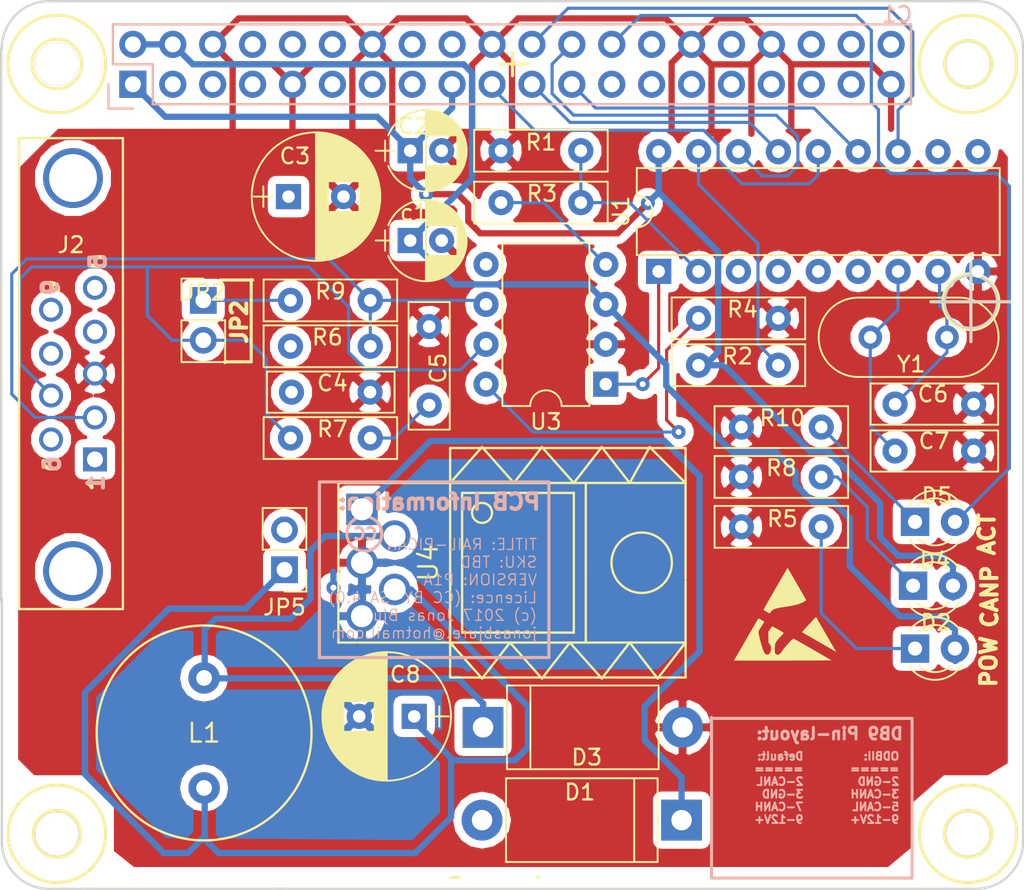
<source format=kicad_pcb>
(kicad_pcb (version 4) (host pcbnew 4.0.5)
  (title_block (title RAIL-PICAN) (date 2017-01-20) (rev P1A) (company "Jonas Bjurel (jonasbjurel@hotmail.com)") (comment 1 "Raspberry PI CANBUS interface HAT ") (comment 2 http://skpang.co.uk/catalog/pican2-canbus-board-for-raspberry-pi-23-p-1475.html))
  (layers (0 F.Cu signal) (31 B.Cu signal) (34 B.Paste user) (35 F.Paste user) (36 B.SilkS user hide) (37 F.SilkS user hide) (38 B.Mask user) (39 F.Mask user) (44 Edge.Cuts user))
  (net 0 "")
  (net 1 GND)
  (net 2 PI_5V)
  (net 3 PI_3V3)
  (net 4 "Net-(C1-Pad3)")
  (net 5 "Net-(C1-Pad5)")
  (net 6 "Net-(C1-Pad7)")
  (net 7 "Net-(C1-Pad8)")
  (net 8 "Net-(C1-Pad10)")
  (net 9 "Net-(C1-Pad11)")
  (net 10 "Net-(C1-Pad12)")
  (net 11 "Net-(C1-Pad13)")
  (net 12 "Net-(C1-Pad15)")
  (net 13 "Net-(C1-Pad16)")
  (net 14 "Net-(C1-Pad18)")
  (net 15 PI_SPI_MOSI)
  (net 16 PI_SPI_MISO)
  (net 17 PI_SPI_SCLK)
  (net 18 ~PI_SPI_CE0)
  (net 19 "Net-(C1-Pad25)")
  (net 20 ~PI_SPI_CE1)
  (net 21 "Net-(C1-Pad27)")
  (net 22 "Net-(C1-Pad28)")
  (net 23 "Net-(C1-Pad29)")
  (net 24 "Net-(C1-Pad31)")
  (net 25 "Net-(C1-Pad32)")
  (net 26 "Net-(C1-Pad33)")
  (net 27 "Net-(C1-Pad35)")
  (net 28 "Net-(C1-Pad36)")
  (net 29 "Net-(C1-Pad37)")
  (net 30 "Net-(C1-Pad38)")
  (net 31 "Net-(C1-Pad40)")
  (net 32 "Net-(C3-Pad1)")
  (net 33 "Net-(C4-Pad1)")
  (net 34 "Net-(C5-Pad1)")
  (net 35 OSC1)
  (net 36 +12V)
  (net 37 "Net-(D2-Pad1)")
  (net 38 "Net-(D4-Pad1)")
  (net 39 "Net-(D5-Pad1)")
  (net 40 CANH)
  (net 41 CANL)
  (net 42 "Net-(J2-Pad4)")
  (net 43 "Net-(J2-Pad5)")
  (net 44 "Net-(J2-Pad6)")
  (net 45 "Net-(J2-Pad8)")
  (net 46 "Net-(JP2-Pad1)")
  (net 47 "Net-(R1-Pad1)")
  (net 48 RST)
  (net 49 "Net-(R3-Pad1)")
  (net 50 "Net-(R4-Pad1)")
  (net 51 "Net-(U1-Pad1)")
  (net 52 "Net-(U1-Pad10)")
  (net 53 "Net-(U1-Pad11)")
  (net 54 "Net-(U1-Pad3)")
  (net 55 "Net-(U1-Pad4)")
  (net 56 "Net-(U1-Pad5)")
  (net 57 "Net-(U1-Pad6)")
  (net 58 OSC2)
  (net 59 "Net-(U3-Pad5)")
  (net 60 "Net-(C8-Pad1)")
  (net 61 "Net-(J2-Pad1)")
  (net 62 PI_SPI_INT)
  (net 63 "Net-(D3-Pad1)")
  (module railpican:coil_7mm (layer F.Cu) (at 30.1244 63.0936)
    (fp_text reference L1 (at 0 0) (layer F.SilkS) (effects (font (size 1.2 1.2))))
    (fp_text value "100 uH" hide)
    (pad 1 thru_hole oval (at 0 -3.5) (size 2 2) (drill 1) (layers *.Cu *.Mask) (net 63 "Net-(D3-Pad1)"))
    (pad 2 thru_hole oval (at 0 3.5) (size 2 2) (drill 1) (layers *.Cu *.Mask) (net 60 "Net-(C8-Pad1)"))
  )
  (module Capacitors_THT:CP_Radial_D8.0mm_P3.50mm (layer F.Cu) (at 43.4975 62.0395 180)
    (fp_text reference C8 (at 0.5715 2.667 180) (layer F.SilkS))
    (fp_text value "1000 uF")
    (pad 1 thru_hole rect (at 0 0 180) (size 1.6 1.6) (drill 0.8) (layers *.Cu *.Mask) (net 60 "Net-(C8-Pad1)"))
    (pad 2 thru_hole circle (at 3.5 0 180) (size 1.6 1.6) (drill 0.8) (layers *.Cu *.Mask) (net 1 GND))
  )
  (module Capacitors_THT:CP_Radial_D5.0mm_P2.00mm (layer F.Cu) (at 43.2435 31.75)
    (fp_text reference c1 (at 0.254 -1.778) (layer F.SilkS))
    (fp_text value 0.1uF)
    (pad 1 thru_hole rect (at 0 0) (size 1.6 1.6) (drill 0.8) (layers *.Cu *.Mask) (net 2 PI_5V))
    (pad 2 thru_hole circle (at 2 0) (size 1.6 1.6) (drill 0.8) (layers *.Cu *.Mask) (net 1 GND))
  )
  (module Housings_DIP:DIP-18_W7.62mm (layer F.Cu) (at 59.055 33.7185 90)
    (fp_text reference U1 (at 3.81 -2.39 90) (layer F.SilkS))
    (fp_text value MCP2515-E/ST-DIP)
    (pad 1 thru_hole rect (at 0 0 90) (size 1.6 1.6) (drill 0.8) (layers *.Cu *.Mask) (net 51 "Net-(U1-Pad1)"))
    (pad 10 thru_hole oval (at 7.62 20.32 90) (size 1.6 1.6) (drill 0.8) (layers *.Cu *.Mask) (net 52 "Net-(U1-Pad10)"))
    (pad 2 thru_hole oval (at 0 2.54 90) (size 1.6 1.6) (drill 0.8) (layers *.Cu *.Mask) (net 47 "Net-(R1-Pad1)"))
    (pad 11 thru_hole oval (at 7.62 17.78 90) (size 1.6 1.6) (drill 0.8) (layers *.Cu *.Mask) (net 53 "Net-(U1-Pad11)"))
    (pad 3 thru_hole oval (at 0 5.08 90) (size 1.6 1.6) (drill 0.8) (layers *.Cu *.Mask) (net 54 "Net-(U1-Pad3)"))
    (pad 12 thru_hole oval (at 7.62 15.24 90) (size 1.6 1.6) (drill 0.8) (layers *.Cu *.Mask) (net 62 PI_SPI_INT))
    (pad 4 thru_hole oval (at 0 7.62 90) (size 1.6 1.6) (drill 0.8) (layers *.Cu *.Mask) (net 55 "Net-(U1-Pad4)"))
    (pad 13 thru_hole oval (at 7.62 12.7 90) (size 1.6 1.6) (drill 0.8) (layers *.Cu *.Mask) (net 17 PI_SPI_SCLK))
    (pad 5 thru_hole oval (at 0 10.16 90) (size 1.6 1.6) (drill 0.8) (layers *.Cu *.Mask) (net 56 "Net-(U1-Pad5)"))
    (pad 14 thru_hole oval (at 7.62 10.16 90) (size 1.6 1.6) (drill 0.8) (layers *.Cu *.Mask) (net 15 PI_SPI_MOSI))
    (pad 6 thru_hole oval (at 0 12.7 90) (size 1.6 1.6) (drill 0.8) (layers *.Cu *.Mask) (net 57 "Net-(U1-Pad6)"))
    (pad 15 thru_hole oval (at 7.62 7.62 90) (size 1.6 1.6) (drill 0.8) (layers *.Cu *.Mask) (net 16 PI_SPI_MISO))
    (pad 7 thru_hole oval (at 0 15.24 90) (size 1.6 1.6) (drill 0.8) (layers *.Cu *.Mask) (net 58 OSC2))
    (pad 16 thru_hole oval (at 7.62 5.08 90) (size 1.6 1.6) (drill 0.8) (layers *.Cu *.Mask) (net 18 ~PI_SPI_CE0))
    (pad 8 thru_hole oval (at 0 17.78 90) (size 1.6 1.6) (drill 0.8) (layers *.Cu *.Mask) (net 35 OSC1))
    (pad 17 thru_hole oval (at 7.62 2.54 90) (size 1.6 1.6) (drill 0.8) (layers *.Cu *.Mask) (net 48 RST))
    (pad 9 thru_hole oval (at 0 20.32 90) (size 1.6 1.6) (drill 0.8) (layers *.Cu *.Mask) (net 1 GND))
    (pad 18 thru_hole oval (at 7.62 0 90) (size 1.6 1.6) (drill 0.8) (layers *.Cu *.Mask) (net 3 PI_3V3))
  )
  (module Crystals:Crystal_HC49-4H_Vertical (layer F.Cu) (at 77.4065 37.9095 180)
    (fp_text reference Y1 (at 2.2733 -1.7145 180) (layer F.SilkS))
    (fp_text value Crystal)
    (pad 1 thru_hole circle (at 0 0 180) (size 1.5 1.5) (drill 0.8) (layers *.Cu *.Mask) (net 35 OSC1))
    (pad 2 thru_hole circle (at 4.88 0 180) (size 1.5 1.5) (drill 0.8) (layers *.Cu *.Mask) (net 58 OSC2))
  )
  (module Resistors_THT:R_Box_L8.4mm_W2.5mm_P5.08mm (layer F.Cu) (at 64.3255 46.7995)
    (fp_text reference R8 (at 2.54 -0.5715) (layer F.SilkS))
    (fp_text value 1k)
    (pad 1 thru_hole circle (at 0 0) (size 1.6 1.6) (drill 0.8) (layers *.Cu *.Mask) (net 1 GND))
    (pad 2 thru_hole circle (at 5.08 0) (size 1.6 1.6) (drill 0.8) (layers *.Cu *.Mask) (net 38 "Net-(D4-Pad1)"))
  )
  (module Symbols:ESD-Logo_6.6x6mm_SilkScreen (layer F.Cu) (at 67.1068 55.5244)
    (fp_text reference REF*** hide)
    (fp_text value ESD-Logo_6.6x6mm_SilkScreen hide)
  )
  (module Diodes_THT:D_DO-201_P12.70mm_Horizontal (layer F.Cu) (at 47.879 62.738)
    (fp_text reference D3 (at 6.604 1.905) (layer F.SilkS))
    (fp_text value 1N5822)
    (pad 1 thru_hole rect (at 0 0) (size 2.6 2.6) (drill 1.3) (layers *.Cu *.Mask) (net 63 "Net-(D3-Pad1)"))
    (pad 2 thru_hole oval (at 12.7 0) (size 2.6 2.6) (drill 1.3) (layers *.Cu *.Mask) (net 1 GND))
  )
  (module railpican:TO220-5-Horizontal-Heatsink (layer F.Cu) (at 41.2115 52.2605 270)
    (fp_text reference U4 (at 0 -3.175 450) (layer F.SilkS) (effects (font (size 1.2 1.2))))
    (fp_text value LM2576-5)
    (pad 1 thru_hole rect (at -3.4 1.04 270) (size 2 2) (drill 1.4) (layers *.Cu *.Mask) (net 32 "Net-(C3-Pad1)"))
    (pad 2 thru_hole oval (at -1.7 -1.04 270) (size 2 2) (drill 1.4) (layers *.Cu *.Mask) (net 63 "Net-(D3-Pad1)"))
    (pad 3 thru_hole oval (at 0 1.04 270) (size 2 2) (drill 1.4) (layers *.Cu *.Mask) (net 1 GND))
    (pad 4 thru_hole oval (at 1.7 -1.04 270) (size 2 2) (drill 1.4) (layers *.Cu *.Mask) (net 60 "Net-(C8-Pad1)"))
    (pad 5 thru_hole oval (at 3.4 1.04 270) (size 2 2) (drill 1.4) (layers *.Cu *.Mask) (net 1 GND))
  )
  (module Connectors:DB9FD (layer F.Cu) (at 21.6535 40.2209 270)
    (fp_text reference J2 (at -8.1915 0 540) (layer F.SilkS))
    (fp_text value DB9)
    (pad 0 thru_hole circle (at -12.446 -0.127 270) (size 3.81 3.81) (drill 3.048) (layers *.Cu *.Mask))
    (pad 0 thru_hole circle (at 12.573 -0.127 270) (size 3.81 3.81) (drill 3.048) (layers *.Cu *.Mask))
    (pad 1 thru_hole rect (at 5.461 -1.524 270) (size 1.524 1.524) (drill 1.016) (layers *.Cu *.Mask) (net 61 "Net-(J2-Pad1)"))
    (pad 2 thru_hole circle (at 2.794 -1.524 270) (size 1.524 1.524) (drill 1.016) (layers *.Cu *.Mask) (net 41 CANL))
    (pad 3 thru_hole circle (at 0 -1.524 270) (size 1.524 1.524) (drill 1.016) (layers *.Cu *.Mask) (net 1 GND))
    (pad 4 thru_hole circle (at -2.667 -1.524 270) (size 1.524 1.524) (drill 1.016) (layers *.Cu *.Mask) (net 42 "Net-(J2-Pad4)"))
    (pad 5 thru_hole circle (at -5.461 -1.524 270) (size 1.524 1.524) (drill 1.016) (layers *.Cu *.Mask) (net 43 "Net-(J2-Pad5)"))
    (pad 6 thru_hole circle (at 4.191 1.27 270) (size 1.524 1.524) (drill 1.016) (layers *.Cu *.Mask) (net 44 "Net-(J2-Pad6)"))
    (pad 7 thru_hole circle (at 1.397 1.27 270) (size 1.524 1.524) (drill 1.016) (layers *.Cu *.Mask) (net 40 CANH))
    (pad 8 thru_hole circle (at -1.27 1.27 270) (size 1.524 1.524) (drill 1.016) (layers *.Cu *.Mask) (net 45 "Net-(J2-Pad8)"))
    (pad 9 thru_hole circle (at -4.064 1.27 270) (size 1.524 1.524) (drill 1.016) (layers *.Cu *.Mask) (net 36 +12V))
  )
  (module Socket_Strips:Socket_Strip_Straight_2x20 (layer B.Cu) (at 25.5905 21.8059)
    (fp_text reference C1 (at 48.641 -4.445) (layer B.SilkS) (effects (justify mirror)))
    (fp_text value CONN_02X20)
    (pad 1 thru_hole rect (at 0 0) (size 1.7272 1.7272) (drill 1.016) (layers *.Cu *.Mask) (net 3 PI_3V3))
    (pad 2 thru_hole oval (at 0 -2.54) (size 1.7272 1.7272) (drill 1.016) (layers *.Cu *.Mask) (net 2 PI_5V))
    (pad 3 thru_hole oval (at 2.54 0) (size 1.7272 1.7272) (drill 1.016) (layers *.Cu *.Mask) (net 4 "Net-(C1-Pad3)"))
    (pad 4 thru_hole oval (at 2.54 -2.54) (size 1.7272 1.7272) (drill 1.016) (layers *.Cu *.Mask) (net 2 PI_5V))
    (pad 5 thru_hole oval (at 5.08 0) (size 1.7272 1.7272) (drill 1.016) (layers *.Cu *.Mask) (net 5 "Net-(C1-Pad5)"))
    (pad 6 thru_hole oval (at 5.08 -2.54) (size 1.7272 1.7272) (drill 1.016) (layers *.Cu *.Mask) (net 1 GND))
    (pad 7 thru_hole oval (at 7.62 0) (size 1.7272 1.7272) (drill 1.016) (layers *.Cu *.Mask) (net 6 "Net-(C1-Pad7)"))
    (pad 8 thru_hole oval (at 7.62 -2.54) (size 1.7272 1.7272) (drill 1.016) (layers *.Cu *.Mask) (net 7 "Net-(C1-Pad8)"))
    (pad 9 thru_hole oval (at 10.16 0) (size 1.7272 1.7272) (drill 1.016) (layers *.Cu *.Mask) (net 1 GND))
    (pad 10 thru_hole oval (at 10.16 -2.54) (size 1.7272 1.7272) (drill 1.016) (layers *.Cu *.Mask) (net 8 "Net-(C1-Pad10)"))
    (pad 11 thru_hole oval (at 12.7 0) (size 1.7272 1.7272) (drill 1.016) (layers *.Cu *.Mask) (net 9 "Net-(C1-Pad11)"))
    (pad 12 thru_hole oval (at 12.7 -2.54) (size 1.7272 1.7272) (drill 1.016) (layers *.Cu *.Mask) (net 10 "Net-(C1-Pad12)"))
    (pad 13 thru_hole oval (at 15.24 0) (size 1.7272 1.7272) (drill 1.016) (layers *.Cu *.Mask) (net 11 "Net-(C1-Pad13)"))
    (pad 14 thru_hole oval (at 15.24 -2.54) (size 1.7272 1.7272) (drill 1.016) (layers *.Cu *.Mask) (net 1 GND))
    (pad 15 thru_hole oval (at 17.78 0) (size 1.7272 1.7272) (drill 1.016) (layers *.Cu *.Mask) (net 12 "Net-(C1-Pad15)"))
    (pad 16 thru_hole oval (at 17.78 -2.54) (size 1.7272 1.7272) (drill 1.016) (layers *.Cu *.Mask) (net 13 "Net-(C1-Pad16)"))
    (pad 17 thru_hole oval (at 20.32 0) (size 1.7272 1.7272) (drill 1.016) (layers *.Cu *.Mask) (net 3 PI_3V3))
    (pad 18 thru_hole oval (at 20.32 -2.54) (size 1.7272 1.7272) (drill 1.016) (layers *.Cu *.Mask) (net 14 "Net-(C1-Pad18)"))
    (pad 19 thru_hole oval (at 22.86 0) (size 1.7272 1.7272) (drill 1.016) (layers *.Cu *.Mask) (net 15 PI_SPI_MOSI))
    (pad 20 thru_hole oval (at 22.86 -2.54) (size 1.7272 1.7272) (drill 1.016) (layers *.Cu *.Mask) (net 1 GND))
    (pad 21 thru_hole oval (at 25.4 0) (size 1.7272 1.7272) (drill 1.016) (layers *.Cu *.Mask) (net 16 PI_SPI_MISO))
    (pad 22 thru_hole oval (at 25.4 -2.54) (size 1.7272 1.7272) (drill 1.016) (layers *.Cu *.Mask) (net 62 PI_SPI_INT))
    (pad 23 thru_hole oval (at 27.94 0) (size 1.7272 1.7272) (drill 1.016) (layers *.Cu *.Mask) (net 17 PI_SPI_SCLK))
    (pad 24 thru_hole oval (at 27.94 -2.54) (size 1.7272 1.7272) (drill 1.016) (layers *.Cu *.Mask) (net 18 ~PI_SPI_CE0))
    (pad 25 thru_hole oval (at 30.48 0) (size 1.7272 1.7272) (drill 1.016) (layers *.Cu *.Mask) (net 19 "Net-(C1-Pad25)"))
    (pad 26 thru_hole oval (at 30.48 -2.54) (size 1.7272 1.7272) (drill 1.016) (layers *.Cu *.Mask) (net 20 ~PI_SPI_CE1))
    (pad 27 thru_hole oval (at 33.02 0) (size 1.7272 1.7272) (drill 1.016) (layers *.Cu *.Mask) (net 21 "Net-(C1-Pad27)"))
    (pad 28 thru_hole oval (at 33.02 -2.54) (size 1.7272 1.7272) (drill 1.016) (layers *.Cu *.Mask) (net 22 "Net-(C1-Pad28)"))
    (pad 29 thru_hole oval (at 35.56 0) (size 1.7272 1.7272) (drill 1.016) (layers *.Cu *.Mask) (net 23 "Net-(C1-Pad29)"))
    (pad 30 thru_hole oval (at 35.56 -2.54) (size 1.7272 1.7272) (drill 1.016) (layers *.Cu *.Mask) (net 1 GND))
    (pad 31 thru_hole oval (at 38.1 0) (size 1.7272 1.7272) (drill 1.016) (layers *.Cu *.Mask) (net 24 "Net-(C1-Pad31)"))
    (pad 32 thru_hole oval (at 38.1 -2.54) (size 1.7272 1.7272) (drill 1.016) (layers *.Cu *.Mask) (net 25 "Net-(C1-Pad32)"))
    (pad 33 thru_hole oval (at 40.64 0) (size 1.7272 1.7272) (drill 1.016) (layers *.Cu *.Mask) (net 26 "Net-(C1-Pad33)"))
    (pad 34 thru_hole oval (at 40.64 -2.54) (size 1.7272 1.7272) (drill 1.016) (layers *.Cu *.Mask) (net 1 GND))
    (pad 35 thru_hole oval (at 43.18 0) (size 1.7272 1.7272) (drill 1.016) (layers *.Cu *.Mask) (net 27 "Net-(C1-Pad35)"))
    (pad 36 thru_hole oval (at 43.18 -2.54) (size 1.7272 1.7272) (drill 1.016) (layers *.Cu *.Mask) (net 28 "Net-(C1-Pad36)"))
    (pad 37 thru_hole oval (at 45.72 0) (size 1.7272 1.7272) (drill 1.016) (layers *.Cu *.Mask) (net 29 "Net-(C1-Pad37)"))
    (pad 38 thru_hole oval (at 45.72 -2.54) (size 1.7272 1.7272) (drill 1.016) (layers *.Cu *.Mask) (net 30 "Net-(C1-Pad38)"))
    (pad 39 thru_hole oval (at 48.26 0) (size 1.7272 1.7272) (drill 1.016) (layers *.Cu *.Mask) (net 1 GND))
    (pad 40 thru_hole oval (at 48.26 -2.54) (size 1.7272 1.7272) (drill 1.016) (layers *.Cu *.Mask) (net 31 "Net-(C1-Pad40)"))
  )
  (module Resistors_THT:R_Box_L8.4mm_W2.5mm_P5.08mm (layer F.Cu) (at 35.6235 44.323)
    (fp_text reference R7 (at 2.667 -0.5715) (layer F.SilkS))
    (fp_text value 100)
    (pad 1 thru_hole circle (at 0 0) (size 1.6 1.6) (drill 0.8) (layers *.Cu *.Mask) (net 40 CANH))
    (pad 2 thru_hole circle (at 5.08 0) (size 1.6 1.6) (drill 0.8) (layers *.Cu *.Mask) (net 34 "Net-(C5-Pad1)"))
  )
  (module Resistors_THT:R_Box_L8.4mm_W2.5mm_P5.08mm (layer F.Cu) (at 35.6235 35.56)
    (fp_text reference R9 (at 2.54 -0.5715) (layer F.SilkS))
    (fp_text value 120)
    (pad 1 thru_hole circle (at 0 0) (size 1.6 1.6) (drill 0.8) (layers *.Cu *.Mask) (net 46 "Net-(JP2-Pad1)"))
    (pad 2 thru_hole circle (at 5.08 0) (size 1.6 1.6) (drill 0.8) (layers *.Cu *.Mask) (net 41 CANL))
  )
  (module Housings_DIP:DIP-8_W7.62mm (layer F.Cu) (at 55.6895 40.894 180)
    (fp_text reference U3 (at 3.81 -2.39 180) (layer F.SilkS))
    (fp_text value MCP2551-I/P)
    (pad 1 thru_hole rect (at 0 0 180) (size 1.6 1.6) (drill 0.8) (layers *.Cu *.Mask) (net 51 "Net-(U1-Pad1)"))
    (pad 5 thru_hole oval (at 7.62 7.62 180) (size 1.6 1.6) (drill 0.8) (layers *.Cu *.Mask) (net 59 "Net-(U3-Pad5)"))
    (pad 2 thru_hole oval (at 0 2.54 180) (size 1.6 1.6) (drill 0.8) (layers *.Cu *.Mask) (net 1 GND))
    (pad 6 thru_hole oval (at 7.62 5.08 180) (size 1.6 1.6) (drill 0.8) (layers *.Cu *.Mask) (net 41 CANL))
    (pad 3 thru_hole oval (at 0 5.08 180) (size 1.6 1.6) (drill 0.8) (layers *.Cu *.Mask) (net 2 PI_5V))
    (pad 7 thru_hole oval (at 7.62 2.54 180) (size 1.6 1.6) (drill 0.8) (layers *.Cu *.Mask) (net 40 CANH))
    (pad 4 thru_hole oval (at 0 7.62 180) (size 1.6 1.6) (drill 0.8) (layers *.Cu *.Mask) (net 49 "Net-(R3-Pad1)"))
    (pad 8 thru_hole oval (at 7.62 0 180) (size 1.6 1.6) (drill 0.8) (layers *.Cu *.Mask) (net 50 "Net-(R4-Pad1)"))
  )
  (module Resistors_THT:R_Box_L8.4mm_W2.5mm_P5.08mm (layer F.Cu) (at 64.3255 49.9745)
    (fp_text reference R5 (at 2.6035 -0.508) (layer F.SilkS))
    (fp_text value 1k)
    (pad 1 thru_hole circle (at 0 0) (size 1.6 1.6) (drill 0.8) (layers *.Cu *.Mask) (net 1 GND))
    (pad 2 thru_hole circle (at 5.08 0) (size 1.6 1.6) (drill 0.8) (layers *.Cu *.Mask) (net 37 "Net-(D2-Pad1)"))
  )
  (module Diodes_THT:D_DO-201_P12.70mm_Horizontal (layer F.Cu) (at 60.5155 68.6435 180)
    (fp_text reference D1 (at 6.477 1.778 180) (layer F.SilkS))
    (fp_text value 1N5822)
    (pad 1 thru_hole rect (at 0 0 180) (size 2.6 2.6) (drill 1.3) (layers *.Cu *.Mask) (net 32 "Net-(C3-Pad1)"))
    (pad 2 thru_hole oval (at 12.7 0 180) (size 2.6 2.6) (drill 1.3) (layers *.Cu *.Mask) (net 36 +12V))
  )
  (module Capacitors_THT:CP_Radial_D8.0mm_P3.50mm (layer F.Cu) (at 35.4965 28.956)
    (fp_text reference C3 (at 0.4064 -2.5781) (layer F.SilkS))
    (fp_text value "100 uF")
    (pad 1 thru_hole rect (at 0 0) (size 1.6 1.6) (drill 0.8) (layers *.Cu *.Mask) (net 32 "Net-(C3-Pad1)"))
    (pad 2 thru_hole circle (at 3.5 0) (size 1.6 1.6) (drill 0.8) (layers *.Cu *.Mask) (net 1 GND))
  )
  (module dsk-drill-rpi-hat (layer F.Cu) (at 20.7525 69.5169)
    (fp_text reference H1 hide)
    (fp_text value DRILL hide)
    (pad 1 thru_hole circle (at 0 0) (size 2.75 2.75) (drill 2.75) (layers *.Cu) (clearance 1.725))
  )
  (module dsk-drill-rpi-hat (layer F.Cu) (at 78.7525 69.5169)
    (fp_text reference H2 hide)
    (fp_text value DRILL hide)
    (pad 1 thru_hole circle (at 0 0) (size 2.75 2.75) (drill 2.75) (layers *.Cu) (clearance 1.725))
  )
  (module dsk-drill-rpi-hat (layer F.Cu) (at 78.7525 20.5169)
    (fp_text reference H4 hide)
    (fp_text value DRILL hide)
    (pad 1 thru_hole circle (at 0 0) (size 2.75 2.75) (drill 2.75) (layers *.Cu) (clearance 1.725))
  )
  (module dsk-drill-rpi-hat (layer F.Cu) (at 20.7525 20.5169)
    (fp_text reference H3 hide)
    (fp_text value DRILL hide)
    (pad 1 thru_hole circle (at 0 0) (size 2.75 2.75) (drill 2.75) (layers *.Cu) (clearance 1.725))
  )
  (module Capacitors_THT:CP_Radial_D5.0mm_P2.00mm (layer F.Cu) (at 43.2435 26.035)
    (fp_text reference C2 (at 0.2032 -1.5621) (layer F.SilkS))
    (fp_text value 0.1uF)
    (pad 1 thru_hole rect (at 0 0) (size 1.6 1.6) (drill 0.8) (layers *.Cu *.Mask) (net 3 PI_3V3))
    (pad 2 thru_hole circle (at 2 0) (size 1.6 1.6) (drill 0.8) (layers *.Cu *.Mask) (net 1 GND))
  )
  (module Capacitors_THT:C_Disc_D8.0mm_W2.5mm_P5.00mm (layer F.Cu) (at 35.687 41.402)
    (fp_text reference C4 (at 2.6035 -0.5715) (layer F.SilkS))
    (fp_text value 560pF)
    (pad 1 thru_hole circle (at 0 0) (size 1.6 1.6) (drill 0.8) (layers *.Cu *.Mask) (net 33 "Net-(C4-Pad1)"))
    (pad 2 thru_hole circle (at 5 0) (size 1.6 1.6) (drill 0.8) (layers *.Cu *.Mask) (net 1 GND))
  )
  (module Capacitors_THT:C_Disc_D8.0mm_W2.5mm_P5.00mm (layer F.Cu) (at 44.45 42.2275 90)
    (fp_text reference C5 (at 2.3495 0.5715 90) (layer F.SilkS))
    (fp_text value 560pF)
    (pad 1 thru_hole circle (at 0 0 90) (size 1.6 1.6) (drill 0.8) (layers *.Cu *.Mask) (net 34 "Net-(C5-Pad1)"))
    (pad 2 thru_hole circle (at 5 0 90) (size 1.6 1.6) (drill 0.8) (layers *.Cu *.Mask) (net 1 GND))
  )
  (module Capacitors_THT:C_Disc_D8.0mm_W2.5mm_P5.00mm (layer F.Cu) (at 74.1045 42.164)
    (fp_text reference C6 (at 2.413 -0.635) (layer F.SilkS))
    (fp_text value "22 pF")
    (pad 1 thru_hole circle (at 0 0) (size 1.6 1.6) (drill 0.8) (layers *.Cu *.Mask) (net 35 OSC1))
    (pad 2 thru_hole circle (at 5 0) (size 1.6 1.6) (drill 0.8) (layers *.Cu *.Mask) (net 1 GND))
  )
  (module Capacitors_THT:C_Disc_D8.0mm_W2.5mm_P5.00mm (layer F.Cu) (at 74.1045 45.1485)
    (fp_text reference C7 (at 2.4765 -0.635) (layer F.SilkS))
    (fp_text value "22 pF")
    (pad 1 thru_hole circle (at 0 0) (size 1.6 1.6) (drill 0.8) (layers *.Cu *.Mask) (net 58 OSC2))
    (pad 2 thru_hole circle (at 5 0) (size 1.6 1.6) (drill 0.8) (layers *.Cu *.Mask) (net 1 GND))
  )
  (module LEDs:LED_D3.0mm (layer F.Cu) (at 75.3745 57.7215)
    (fp_text reference D2 (at 1.3335 -1.651) (layer F.SilkS))
    (fp_text value GREEN)
    (pad 1 thru_hole rect (at 0 0) (size 1.8 1.8) (drill 0.9) (layers *.Cu *.Mask) (net 37 "Net-(D2-Pad1)"))
    (pad 2 thru_hole circle (at 2.54 0) (size 1.8 1.8) (drill 0.9) (layers *.Cu *.Mask) (net 2 PI_5V))
  )
  (module LEDs:LED_D3.0mm (layer F.Cu) (at 75.2475 53.721)
    (fp_text reference D4 (at 1.397 -1.5875) (layer F.SilkS))
    (fp_text value Yellow)
    (pad 1 thru_hole rect (at 0 0) (size 1.8 1.8) (drill 0.9) (layers *.Cu *.Mask) (net 38 "Net-(D4-Pad1)"))
    (pad 2 thru_hole circle (at 2.54 0) (size 1.8 1.8) (drill 0.9) (layers *.Cu *.Mask) (net 3 PI_3V3))
  )
  (module LEDs:LED_D3.0mm (layer F.Cu) (at 75.3745 49.657)
    (fp_text reference D5 (at 1.397 -1.651) (layer F.SilkS))
    (fp_text value RED)
    (pad 1 thru_hole rect (at 0 0) (size 1.8 1.8) (drill 0.9) (layers *.Cu *.Mask) (net 39 "Net-(D5-Pad1)"))
    (pad 2 thru_hole circle (at 2.54 0) (size 1.8 1.8) (drill 0.9) (layers *.Cu *.Mask) (net 20 ~PI_SPI_CE1))
  )
  (module Pin_Headers:Pin_Header_Straight_1x02_Pitch2.54mm (layer F.Cu) (at 30.0736 35.56)
    (fp_text reference JP2 (at 0.0635 -0.508) (layer F.SilkS))
    (fp_text value JP2)
    (pad 1 thru_hole rect (at 0 0) (size 1.7 1.7) (drill 1) (layers *.Cu *.Mask) (net 46 "Net-(JP2-Pad1)"))
    (pad 2 thru_hole oval (at 0 2.54) (size 1.7 1.7) (drill 1) (layers *.Cu *.Mask) (net 40 CANH))
  )
  (module Resistors_THT:R_Box_L8.4mm_W2.5mm_P5.08mm (layer F.Cu) (at 54.102 26.035 180)
    (fp_text reference R1 (at 2.54 0.5334 180) (layer F.SilkS))
    (fp_text value 18k)
    (pad 1 thru_hole circle (at 0 0 180) (size 1.6 1.6) (drill 0.8) (layers *.Cu *.Mask) (net 47 "Net-(R1-Pad1)"))
    (pad 2 thru_hole circle (at 5.08 0 180) (size 1.6 1.6) (drill 0.8) (layers *.Cu *.Mask) (net 1 GND))
  )
  (module Resistors_THT:R_Box_L8.4mm_W2.5mm_P5.08mm (layer F.Cu) (at 66.675 39.6875 180)
    (fp_text reference R2 (at 2.6035 0.5715 180) (layer F.SilkS))
    (fp_text value 4k7)
    (pad 1 thru_hole circle (at 0 0 180) (size 1.6 1.6) (drill 0.8) (layers *.Cu *.Mask) (net 48 RST))
    (pad 2 thru_hole circle (at 5.08 0 180) (size 1.6 1.6) (drill 0.8) (layers *.Cu *.Mask) (net 3 PI_3V3))
  )
  (module Resistors_THT:R_Box_L8.4mm_W2.5mm_P5.08mm (layer F.Cu) (at 49.022 29.337)
    (fp_text reference R3 (at 2.6035 -0.5715) (layer F.SilkS))
    (fp_text value 10k)
    (pad 1 thru_hole circle (at 0 0) (size 1.6 1.6) (drill 0.8) (layers *.Cu *.Mask) (net 49 "Net-(R3-Pad1)"))
    (pad 2 thru_hole circle (at 5.08 0) (size 1.6 1.6) (drill 0.8) (layers *.Cu *.Mask) (net 47 "Net-(R1-Pad1)"))
  )
  (module Resistors_THT:R_Box_L8.4mm_W2.5mm_P5.08mm (layer F.Cu) (at 61.595 36.703)
    (fp_text reference R4 (at 2.794 -0.5715) (layer F.SilkS))
    (fp_text value 4k7)
    (pad 1 thru_hole circle (at 0 0) (size 1.6 1.6) (drill 0.8) (layers *.Cu *.Mask) (net 50 "Net-(R4-Pad1)"))
    (pad 2 thru_hole circle (at 5.08 0) (size 1.6 1.6) (drill 0.8) (layers *.Cu *.Mask) (net 1 GND))
  )
  (module Resistors_THT:R_Box_L8.4mm_W2.5mm_P5.08mm (layer F.Cu) (at 40.7035 38.481 180)
    (fp_text reference R6 (at 2.7305 0.5715 180) (layer F.SilkS))
    (fp_text value 100)
    (pad 1 thru_hole circle (at 0 0 180) (size 1.6 1.6) (drill 0.8) (layers *.Cu *.Mask) (net 41 CANL))
    (pad 2 thru_hole circle (at 5.08 0 180) (size 1.6 1.6) (drill 0.8) (layers *.Cu *.Mask) (net 33 "Net-(C4-Pad1)"))
  )
  (module Resistors_THT:R_Box_L8.4mm_W2.5mm_P5.08mm (layer F.Cu) (at 64.3255 43.6245)
    (fp_text reference R10 (at 2.6035 -0.5715) (layer F.SilkS))
    (fp_text value 1k)
    (pad 1 thru_hole circle (at 0 0) (size 1.6 1.6) (drill 0.8) (layers *.Cu *.Mask) (net 1 GND))
    (pad 2 thru_hole circle (at 5.08 0) (size 1.6 1.6) (drill 0.8) (layers *.Cu *.Mask) (net 39 "Net-(D5-Pad1)"))
  )
  (module Pin_Headers:Pin_Header_Straight_1x02_Pitch2.54mm (layer F.Cu) (at 35.2425 52.705 180)
    (fp_text reference JP5 (at 0 -2.39 180) (layer F.SilkS))
    (fp_text value "CAN Power")
    (pad 1 thru_hole rect (at 0 0 180) (size 1.7 1.7) (drill 1) (layers *.Cu *.Mask) (net 60 "Net-(C8-Pad1)"))
    (pad 2 thru_hole oval (at 0 2.54 180) (size 1.7 1.7) (drill 1) (layers *.Cu *.Mask) (net 2 PI_5V))
  )
  (gr_line (start 31.4452 39.4716) (end 31.4452 39.5224) (angle 90) (layer F.SilkS) (width 0.2))
  (gr_line (start 33.1216 39.4716) (end 31.4452 39.4716) (angle 90) (layer F.SilkS) (width 0.2))
  (gr_line (start 33.1216 34.2392) (end 33.1216 39.4716) (angle 90) (layer F.SilkS) (width 0.2))
  (target plus (at 78.9305 35.6489) (size 5) (width 0.15) (layer Edge.Cuts))
  (gr_line (start 75.184 62.1665) (end 62.4205 62.1665) (angle 90) (layer B.SilkS) (width 0.2))
  (gr_line (start 75.184 72.3265) (end 75.184 62.1665) (angle 90) (layer B.SilkS) (width 0.2))
  (gr_line (start 62.4205 72.3265) (end 75.184 72.3265) (angle 90) (layer B.SilkS) (width 0.2))
  (gr_line (start 62.4205 62.103) (end 62.4205 72.3265) (angle 90) (layer B.SilkS) (width 0.2))
  (gr_text 9 (at 20.32 34.7345 90) (layer B.SilkS) (effects (font (size 1 1) (thickness 0.25)) (justify mirror)))
  (gr_text 9 (at 20.3835 34.7345 90) (layer F.SilkS) (effects (font (size 1 1) (thickness 0.25))))
  (gr_text 5 (at 23.368 33.0835 90) (layer B.SilkS) (effects (font (size 1 1) (thickness 0.25)) (justify mirror)))
  (gr_text 5 (at 23.368 33.0835 90) (layer F.SilkS) (effects (font (size 1 1) (thickness 0.25))))
  (gr_text 6 (at 20.447 45.974 90) (layer B.SilkS) (effects (font (size 1 1) (thickness 0.25)) (justify mirror)))
  (gr_text 6 (at 20.447 45.974 90) (layer F.SilkS) (effects (font (size 1 1) (thickness 0.25))))
  (gr_text 1 (at 23.241 47.1805 90) (layer B.SilkS) (effects (font (size 1 1) (thickness 0.25)) (justify mirror)))
  (gr_text 1 (at 23.241 47.1805 90) (layer F.SilkS) (effects (font (size 1 1) (thickness 0.25))))
  (gr_text "Version: P1A" (at 25.7175 91.694) (layer F.SilkS) (effects (font (size 0.65 0.65) (thickness 0.125))))
  (gr_text "SKU: TBD" (at 24.8285 90.551) (layer F.SilkS) (effects (font (size 0.65 0.65) (thickness 0.125))))
  (gr_line (start 36.703 89.408) (end 36.703 89.4715) (angle 90) (layer F.SilkS) (width 0.2))
  (gr_line (start 22.225 89.408) (end 36.703 89.408) (angle 90) (layer F.SilkS) (width 0.2))
  (gr_line (start 36.703 92.456) (end 36.703 89.789) (angle 90) (layer F.SilkS) (width 0.2))
  (gr_line (start 22.225 92.456) (end 36.703 92.456) (angle 90) (layer F.SilkS) (width 0.2))
  (gr_line (start 22.225 89.5985) (end 22.225 92.456) (angle 90) (layer F.SilkS) (width 0.2))
  (gr_text CC (at 40.386 50.419) (layer B.SilkS) (effects (font (size 0.75 0.75) (thickness 0.1875)) (justify mirror)))
  (gr_circle (center 40.3225 50.419) (end 41.275 50.9905) (layer B.SilkS) (width 0.2))
  (gr_text "TITLE: RAIL-PICAN\nSKU: TBD\nVERSION: P1A\nLicence: (CC BY-SA 4.0)\n(c) 2017 Jonas Bjurel \njonasbjurel@hotmail.com" (at 51.3715 53.9115) (layer B.SilkS) (effects (font (size 0.7 0.7) (thickness 0.075)) (justify left mirror)))
  (gr_text "PCB Information:\n" (at 45.085 48.387) (layer B.SilkS) (effects (font (size 1 1) (thickness 0.25)) (justify mirror)))
  (gr_line (start 37.465 58.293) (end 37.973 58.293) (angle 90) (layer B.SilkS) (width 0.2))
  (gr_line (start 37.465 47.117) (end 37.465 58.293) (angle 90) (layer B.SilkS) (width 0.2))
  (gr_line (start 52.07 58.293) (end 37.846 58.293) (angle 90) (layer B.SilkS) (width 0.2))
  (gr_line (start 52.07 47.117) (end 52.07 58.293) (angle 90) (layer B.SilkS) (width 0.2))
  (gr_line (start 37.465 47.117) (end 52.07 47.117) (angle 90) (layer B.SilkS) (width 0.2))
  (gr_text "Default:\n=====\n2-CANL\n3-GND\n7-CANH\n9-12V+" (at 68.3387 66.5861) (layer B.SilkS) (effects (font (size 0.5 0.5) (thickness 0.125)) (justify left mirror)))
  (gr_text "ODBII:\n=====\n2-GND\n3-CANH\n5-CANL\n9-12V+" (at 74.4347 66.5861) (layer B.SilkS) (effects (font (size 0.5 0.5) (thickness 0.125)) (justify left mirror)))
  (gr_text "DB9 Pin-layout:" (at 69.9389 63.1444) (layer B.SilkS) (effects (font (size 0.75 0.75) (thickness 0.1875)) (justify mirror)))
  (gr_line (start 33.2105 34.2646) (end 31.1277 34.2646) (angle 90) (layer F.SilkS) (width 0.2))
  (gr_line (start 22.2504 89.8525) (end 22.2504 89.5604) (angle 90) (layer F.SilkS) (width 0.2))
  (gr_line (start 36.6903 89.8525) (end 22.2504 89.8525) (angle 90) (layer F.SilkS) (width 0.2))
  (gr_line (start 36.6903 89.662) (end 36.6903 89.8525) (angle 90) (layer F.SilkS) (width 0.2))
  (gr_text ACT (at 79.9465 50.4444 90) (layer F.SilkS) (effects (font (size 1 1) (thickness 0.25))))
  (gr_text POW (at 80.0608 58.547 90) (layer F.SilkS) (effects (font (size 1 1) (thickness 0.25))))
  (gr_text CANP (at 80.1243 54.4195 90) (layer F.SilkS) (effects (font (size 1 1) (thickness 0.25))))
  (gr_line (start 36.703 89.6874) (end 36.703 89.3064) (angle 90) (layer F.SilkS) (width 0.2))
  (gr_line (start 35.814 84.6709) (end 36.703 84.6709) (angle 90) (layer F.SilkS) (width 0.2))
  (gr_line (start 46.355 72.2884) (end 45.847 72.2884) (angle 90) (layer F.SilkS) (width 0.2))
  (gr_line (start 51.3715 72.2884) (end 51.435 72.2884) (angle 90) (layer F.SilkS) (width 0.2))
  (gr_line (start 22.225 84.7979) (end 22.352 84.7979) (angle 90) (layer F.SilkS) (width 0.2))
  (gr_line (start 22.225 89.6874) (end 22.225 84.7979) (angle 90) (layer F.SilkS) (width 0.2))
  (gr_line (start 36.703 84.7344) (end 36.703 89.2429) (angle 90) (layer F.SilkS) (width 0.2))
  (gr_line (start 22.225 84.6709) (end 35.7505 84.6709) (angle 90) (layer F.SilkS) (width 0.2))
  (gr_text JP2 (at 23.9395 87.5919) (layer F.SilkS) (effects (font (size 1 1) (thickness 0.25))))
  (gr_text JP2 (at 23.749 89.9414) (layer F.SilkS) (effects (font (size 0.127 1) (thickness 0.03175))))
  (gr_text OPEN (at 33.655 88.3539) (layer F.SilkS) (effects (font (size 1 1) (thickness 0.25))))
  (gr_circle (center 33.2105 86.8299) (end 33.2105 86.7029) (layer F.SilkS) (width 0.2))
  (gr_circle (center 33.9725 86.8299) (end 33.9725 86.9569) (layer F.SilkS) (width 0.2))
  (gr_line (start 29.21 86.8299) (end 28.448 86.8299) (angle 90) (layer F.SilkS) (width 0.2))
  (gr_text 120R (at 28.8925 88.3539) (layer F.SilkS) (effects (font (size 1 1) (thickness 0.25))))
  (gr_line (start 29.718 87.3379) (end 29.718 86.4489) (angle 90) (layer F.SilkS) (width 0.2))
  (gr_line (start 27.94 87.3379) (end 29.718 87.3379) (angle 90) (layer F.SilkS) (width 0.2))
  (gr_line (start 27.94 86.4489) (end 27.94 87.3379) (angle 90) (layer F.SilkS) (width 0.2))
  (gr_line (start 29.718 86.4489) (end 27.94 86.4489) (angle 90) (layer F.SilkS) (width 0.2))
  (gr_circle (center 29.21 86.8299) (end 29.21 86.9569) (layer F.SilkS) (width 0.2))
  (gr_circle (center 28.448 86.8299) (end 28.448 86.7029) (layer F.SilkS) (width 0.2))
  (gr_text "CAN Termination:" (at 28.956 85.5599) (layer F.SilkS) (effects (font (size 1 1) (thickness 0.25))))
  (gr_text JP2 (at 32.3596 36.9316 90) (layer F.SilkS) (effects (font (size 1 1) (thickness 0.25))))
  (gr_line (start 17.2085 54.6989) (end 17.2085 19.5199) (angle 90) (layer Edge.Cuts) (width 0.15))
  (gr_line (start 22.7525 73.0169) (end 35.1525 73.0169) (angle 90) (layer Edge.Cuts) (width 0.15))
  (gr_circle (center 78.9305 35.6489) (end 80.7085 35.6489) (layer F.SilkS) (width 0.2))
  (gr_line (start 78.9305 38.1889) (end 78.9305 33.1089) (angle 90) (layer F.SilkS) (width 0.2))
  (gr_line (start 76.3905 35.6489) (end 81.4705 35.6489) (angle 90) (layer F.SilkS) (width 0.2))
  (gr_line (start 22.2525 73.0169) (end 22.7525 73.0169) (angle 90) (layer Edge.Cuts) (width 0.15))
  (gr_line (start 34.7525 73.0169) (end 79.2525 73.0169) (angle 90) (layer Edge.Cuts) (width 0.15))
  (gr_line (start 20.2525 73.0169) (end 22.2525 73.0169) (angle 90) (layer Edge.Cuts) (width 0.15))
  (gr_circle (center 20.7525 69.5169) (end 23.8525 69.4169) (layer F.SilkS) (width 0.2))
  (gr_circle (center 20.7525 69.5169) (end 22.2525 69.5169) (layer F.SilkS) (width 0.2))
  (gr_circle (center 78.7525 69.5169) (end 81.8525 69.6169) (layer F.SilkS) (width 0.2))
  (gr_circle (center 78.7525 69.5169) (end 80.2525 69.5169) (layer F.SilkS) (width 0.2))
  (gr_circle (center 20.7525 20.5169) (end 23.8525 20.3169) (layer F.SilkS) (width 0.2))
  (gr_circle (center 78.7525 20.5169) (end 81.8525 20.6169) (layer F.SilkS) (width 0.2))
  (gr_circle (center 78.7525 20.5169) (end 80.2525 20.5169) (layer F.SilkS) (width 0.2))
  (gr_circle (center 20.7525 20.5169) (end 22.2525 21.0169) (layer F.SilkS) (width 0.2))
  (gr_line (start 49.7525 20.5169) (end 49.7525 19.7669) (angle 90) (layer F.SilkS) (width 0.2))
  (gr_line (start 49.7525 20.5169) (end 50.7525 20.5169) (angle 90) (layer F.SilkS) (width 0.2))
  (gr_line (start 49.7525 20.5169) (end 49.0025 20.5169) (angle 90) (layer F.SilkS) (width 0.2))
  (gr_line (start 49.7525 20.2669) (end 49.7525 21.2669) (angle 90) (layer F.SilkS) (width 0.2))
  (gr_line (start 17.2525 70.0169) (end 17.2525 54.5169) (angle 90) (layer Edge.Cuts) (width 0.15))
  (gr_arc (start 20.2525 70.0169) (end 20.2525 73.0169) (angle 90) (layer Edge.Cuts) (width 0.15))
  (gr_arc (start 79.2525 70.0169) (end 82.2525 70.0169) (angle 90) (layer Edge.Cuts) (width 0.15))
  (gr_line (start 82.2525 19.5169) (end 82.2525 70.0169) (angle 90) (layer Edge.Cuts) (width 0.15))
  (gr_arc (start 79.2525 19.5169) (end 79.2525 16.5169) (angle 90) (layer Edge.Cuts) (width 0.15))
  (gr_line (start 78.2525 16.5169) (end 79.2525 16.5169) (angle 90) (layer Edge.Cuts) (width 0.15))
  (gr_arc (start 20.2525 19.5169) (end 17.2525 19.5169) (angle 90) (layer Edge.Cuts) (width 0.15))
  (gr_line (start 20.2525 16.5169) (end 78.2525 16.5169) (angle 90) (layer Edge.Cuts) (width 0.15))
  (segment (start 38.354 52.832) (end 38.354 53.848) (width 0.4) (layer B.Cu) (net 0))
  (segment (start 38.354 53.848) (end 38.354 55.118) (width 0.4) (layer F.Cu) (net 0))
  (via (at 38.354 53.848) (size 0.889) (drill 0.381) (layers F.Cu B.Cu) (net 0))
  (segment (start 67.49415 20.52955) (end 67.49415 20.65655) (width 0.4) (layer F.Cu) (net 1))
  (segment (start 67.5005 20.6629) (end 67.5005 24.7777) (width 0.4) (layer F.Cu) (net 1))
  (segment (start 67.49415 20.65655) (end 67.5005 20.6629) (width 0.4) (layer F.Cu) (net 1))
  (segment (start 73.8505 21.8059) (end 73.8505 21.7932) (width 0.4) (layer F.Cu) (net 1))
  (segment (start 73.8505 21.7932) (end 72.5932 20.5359) (width 0.4) (layer F.Cu) (net 1))
  (segment (start 67.5005 20.5359) (end 67.49415 20.52955) (width 0.4) (layer F.Cu) (net 1))
  (segment (start 67.49415 20.52955) (end 66.2305 19.2659) (width 0.4) (layer F.Cu) (net 1))
  (segment (start 72.5932 20.5359) (end 67.5005 20.5359) (width 0.4) (layer F.Cu) (net 1))
  (segment (start 62.38875 20.54225) (end 64.92875 20.54225) (width 0.4) (layer F.Cu) (net 1))
  (segment (start 64.92875 20.54225) (end 64.9605 20.5105) (width 0.4) (layer F.Cu) (net 1))
  (segment (start 61.1505 19.2659) (end 61.1505 19.304) (width 0.4) (layer F.Cu) (net 1))
  (segment (start 61.1505 19.304) (end 62.38875 20.54225) (width 0.4) (layer F.Cu) (net 1))
  (segment (start 62.38875 20.54225) (end 62.4205 20.574) (width 0.4) (layer F.Cu) (net 1))
  (segment (start 62.4205 20.574) (end 62.4205 24.892) (width 0.4) (layer F.Cu) (net 1))
  (segment (start 66.2305 19.2659) (end 66.2051 19.2659) (width 0.4) (layer F.Cu) (net 1))
  (segment (start 66.2051 19.2659) (end 64.9605 20.5105) (width 0.4) (layer F.Cu) (net 1))
  (segment (start 64.9605 20.5105) (end 64.9605 24.9555) (width 0.4) (layer F.Cu) (net 1))
  (segment (start 31.9405 20.5359) (end 31.9405 24.8285) (width 0.4) (layer F.Cu) (net 1))
  (segment (start 31.9405 24.8285) (end 31.877 24.892) (width 0.4) (layer F.Cu) (net 1))
  (segment (start 35.7505 21.8059) (end 35.7505 24.8285) (width 0.4) (layer F.Cu) (net 1))
  (segment (start 39.5605 20.5359) (end 39.5605 24.765) (width 0.4) (layer F.Cu) (net 1))
  (segment (start 39.5605 24.765) (end 39.497 24.8285) (width 0.4) (layer F.Cu) (net 1))
  (segment (start 40.8305 19.2659) (end 40.8305 19.304) (width 0.4) (layer F.Cu) (net 1))
  (segment (start 40.8305 19.304) (end 42.1005 20.574) (width 0.4) (layer F.Cu) (net 1))
  (segment (start 42.1005 20.574) (end 42.1005 24.765) (width 0.4) (layer F.Cu) (net 1))
  (segment (start 48.4505 19.2659) (end 48.4505 19.304) (width 0.4) (layer F.Cu) (net 1))
  (segment (start 48.4505 19.304) (end 47.1805 20.574) (width 0.4) (layer F.Cu) (net 1))
  (segment (start 47.1805 20.574) (end 47.1805 24.8285) (width 0.4) (layer F.Cu) (net 1))
  (segment (start 48.4505 19.2659) (end 48.4759 19.2659) (width 0.4) (layer F.Cu) (net 1))
  (segment (start 48.4759 19.2659) (end 49.7205 20.5105) (width 0.4) (layer F.Cu) (net 1))
  (segment (start 49.7205 20.5105) (end 49.7205 24.765) (width 0.4) (layer F.Cu) (net 1))
  (segment (start 61.1505 19.2659) (end 61.0616 19.2659) (width 0.4) (layer F.Cu) (net 1))
  (segment (start 61.0616 19.2659) (end 59.8805 20.447) (width 0.4) (layer F.Cu) (net 1))
  (segment (start 59.8805 20.447) (end 59.8805 24.8285) (width 0.4) (layer F.Cu) (net 1))
  (segment (start 66.2305 19.2659) (end 66.2559 19.2659) (width 0.4) (layer F.Cu) (net 1))
  (segment (start 73.8505 21.8059) (end 73.8505 24.638) (width 0.4) (layer F.Cu) (net 1))
  (segment (start 45.2435 26.035) (end 45.4914 26.035) (width 0.4) (layer F.Cu) (net 1))
  (segment (start 35.7505 21.8059) (end 37.0205 20.5359) (width 0.4) (layer F.Cu) (net 1))
  (segment (start 39.5605 20.5359) (end 40.8305 19.2659) (width 0.4) (layer F.Cu) (net 1))
  (segment (start 37.0205 20.5359) (end 39.5605 20.5359) (width 0.4) (layer F.Cu) (net 1))
  (segment (start 35.7505 21.8059) (end 34.4805 20.5359) (width 0.4) (layer F.Cu) (net 1))
  (segment (start 31.9405 20.5359) (end 30.6705 19.2659) (width 0.4) (layer F.Cu) (net 1))
  (segment (start 34.4805 20.5359) (end 31.9405 20.5359) (width 0.4) (layer F.Cu) (net 1))
  (segment (start 40.8305 19.2659) (end 39.1795 17.6149) (width 0.4) (layer F.Cu) (net 1))
  (segment (start 39.1795 17.6149) (end 32.3215 17.6149) (width 0.4) (layer F.Cu) (net 1))
  (segment (start 32.3215 17.6149) (end 30.6705 19.2659) (width 0.4) (layer F.Cu) (net 1))
  (segment (start 48.4505 19.2659) (end 46.7995 17.6149) (width 0.4) (layer F.Cu) (net 1))
  (segment (start 46.7995 17.6149) (end 42.4815 17.6149) (width 0.4) (layer F.Cu) (net 1))
  (segment (start 42.4815 17.6149) (end 40.8305 19.2659) (width 0.4) (layer F.Cu) (net 1))
  (segment (start 61.1505 19.2659) (end 59.4995 17.6149) (width 0.4) (layer F.Cu) (net 1))
  (segment (start 50.1015 17.6149) (end 48.4505 19.2659) (width 0.4) (layer F.Cu) (net 1))
  (segment (start 59.4995 17.6149) (end 50.1015 17.6149) (width 0.4) (layer F.Cu) (net 1))
  (segment (start 66.2305 19.2659) (end 64.5795 17.6149) (width 0.4) (layer F.Cu) (net 1))
  (segment (start 62.8015 17.6149) (end 61.1505 19.2659) (width 0.4) (layer F.Cu) (net 1))
  (segment (start 64.5795 17.6149) (end 62.8015 17.6149) (width 0.4) (layer F.Cu) (net 1))
  (segment (start 30.7025 19.2469) (end 30.7785 19.2469) (width 0.254) (layer F.Cu) (net 1))
  (segment (start 30.7025 19.2469) (end 30.7025 18.5989) (width 0.254) (layer F.Cu) (net 1))
  (segment (start 48.4825 19.2469) (end 48.4825 19.4249) (width 0.254) (layer F.Cu) (net 1))
  (segment (start 66.2625 19.2469) (end 66.2625 19.6789) (width 0.254) (layer F.Cu) (net 1))
  (segment (start 77.9145 57.7215) (end 77.9145 56.5277) (width 0.4) (layer B.Cu) (net 2))
  (segment (start 59.5376 39.6621) (end 55.6895 35.814) (width 0.4) (layer B.Cu) (net 2))
  (segment (start 59.5376 40.9956) (end 59.5376 39.6621) (width 0.4) (layer B.Cu) (net 2))
  (segment (start 63.754 45.212) (end 59.5376 40.9956) (width 0.4) (layer B.Cu) (net 2))
  (segment (start 66.4972 45.212) (end 63.754 45.212) (width 0.4) (layer B.Cu) (net 2))
  (segment (start 67.7672 46.482) (end 66.4972 45.212) (width 0.4) (layer B.Cu) (net 2))
  (segment (start 67.7672 47.2948) (end 67.7672 46.482) (width 0.4) (layer B.Cu) (net 2))
  (segment (start 68.834 48.3616) (end 67.7672 47.2948) (width 0.4) (layer B.Cu) (net 2))
  (segment (start 70.1548 48.3616) (end 68.834 48.3616) (width 0.4) (layer B.Cu) (net 2))
  (segment (start 71.2216 49.4284) (end 70.1548 48.3616) (width 0.4) (layer B.Cu) (net 2))
  (segment (start 71.2216 52.4764) (end 71.2216 49.4284) (width 0.4) (layer B.Cu) (net 2))
  (segment (start 74.422 55.6768) (end 71.2216 52.4764) (width 0.4) (layer B.Cu) (net 2))
  (segment (start 77.0636 55.6768) (end 74.422 55.6768) (width 0.4) (layer B.Cu) (net 2))
  (segment (start 77.9145 56.5277) (end 77.0636 55.6768) (width 0.4) (layer B.Cu) (net 2))
  (segment (start 55.6895 35.814) (end 55.6895 35.6743) (width 0.4) (layer B.Cu) (net 2))
  (segment (start 55.6895 35.6743) (end 54.5592 34.544) (width 0.4) (layer B.Cu) (net 2))
  (segment (start 54.5592 34.544) (end 46.0375 34.544) (width 0.4) (layer B.Cu) (net 2))
  (segment (start 46.0375 34.544) (end 43.2435 31.75) (width 0.4) (layer B.Cu) (net 2))
  (segment (start 28.1305 19.2659) (end 28.1432 19.2659) (width 0.4) (layer B.Cu) (net 2))
  (segment (start 28.1432 19.2659) (end 29.4132 20.5359) (width 0.4) (layer B.Cu) (net 2))
  (segment (start 47.1805 27.813) (end 43.2435 31.75) (width 0.4) (layer B.Cu) (net 2))
  (segment (start 47.1805 21.0693) (end 47.1805 27.813) (width 0.4) (layer B.Cu) (net 2))
  (segment (start 46.6471 20.5359) (end 47.1805 21.0693) (width 0.4) (layer B.Cu) (net 2))
  (segment (start 29.4132 20.5359) (end 46.6471 20.5359) (width 0.4) (layer B.Cu) (net 2))
  (segment (start 25.5905 19.2659) (end 28.1305 19.2659) (width 0.4) (layer B.Cu) (net 2))
  (segment (start 77.9145 58.5089) (end 77.9526 58.5089) (width 0.4) (layer B.Cu) (net 2))
  (segment (start 77.7875 53.721) (end 77.7875 52.4891) (width 0.4) (layer B.Cu) (net 3))
  (segment (start 63.2079 39.6875) (end 61.595 39.6875) (width 0.4) (layer B.Cu) (net 3))
  (segment (start 68.6816 45.1612) (end 63.2079 39.6875) (width 0.4) (layer B.Cu) (net 3))
  (segment (start 69.85 45.1612) (end 68.6816 45.1612) (width 0.4) (layer B.Cu) (net 3))
  (segment (start 73.152 48.4632) (end 69.85 45.1612) (width 0.4) (layer B.Cu) (net 3))
  (segment (start 73.152 50.6476) (end 73.152 48.4632) (width 0.4) (layer B.Cu) (net 3))
  (segment (start 74.3204 51.816) (end 73.152 50.6476) (width 0.4) (layer B.Cu) (net 3))
  (segment (start 77.1144 51.816) (end 74.3204 51.816) (width 0.4) (layer B.Cu) (net 3))
  (segment (start 77.7875 52.4891) (end 77.1144 51.816) (width 0.4) (layer B.Cu) (net 3))
  (segment (start 56.3372 31.2928) (end 56.4388 31.2928) (width 0.4) (layer F.Cu) (net 3))
  (segment (start 43.2435 27.8003) (end 44.2468 28.8036) (width 0.4) (layer B.Cu) (net 3))
  (via (at 44.2468 28.8036) (size 0.889) (drill 0.381) (layers F.Cu B.Cu) (net 3))
  (segment (start 44.2468 28.8036) (end 46.2788 28.8036) (width 0.4) (layer F.Cu) (net 3))
  (segment (start 46.2788 28.8036) (end 46.9392 29.464) (width 0.4) (layer F.Cu) (net 3))
  (segment (start 46.9392 29.464) (end 46.9392 30.5308) (width 0.4) (layer F.Cu) (net 3))
  (segment (start 46.9392 30.5308) (end 47.7012 31.2928) (width 0.4) (layer F.Cu) (net 3))
  (segment (start 47.7012 31.2928) (end 56.3372 31.2928) (width 0.4) (layer F.Cu) (net 3))
  (segment (start 43.2435 26.035) (end 43.2435 27.8003) (width 0.4) (layer B.Cu) (net 3))
  (segment (start 58.3692 29.3624) (end 59.055 28.6766) (width 0.4) (layer B.Cu) (net 3))
  (via (at 58.3692 29.3624) (size 0.889) (drill 0.381) (layers F.Cu B.Cu) (net 3))
  (segment (start 56.4388 31.2928) (end 58.3692 29.3624) (width 0.4) (layer F.Cu) (net 3))
  (segment (start 61.595 39.6875) (end 62.0141 39.6875) (width 0.4) (layer B.Cu) (net 3))
  (segment (start 62.0141 39.6875) (end 62.8396 38.862) (width 0.4) (layer B.Cu) (net 3))
  (segment (start 62.8396 32.4612) (end 59.055 28.6766) (width 0.4) (layer B.Cu) (net 3))
  (segment (start 62.8396 38.862) (end 62.8396 32.4612) (width 0.4) (layer B.Cu) (net 3))
  (segment (start 59.055 28.6766) (end 59.055 26.0985) (width 0.4) (layer B.Cu) (net 3))
  (segment (start 43.2435 26.035) (end 43.2435 25.9715) (width 0.4) (layer B.Cu) (net 3))
  (segment (start 43.2435 25.9715) (end 45.9105 23.3045) (width 0.4) (layer B.Cu) (net 3))
  (segment (start 45.9105 23.3045) (end 45.9105 21.8059) (width 0.4) (layer B.Cu) (net 3))
  (segment (start 43.2435 25.9715) (end 41.148 23.876) (width 0.4) (layer B.Cu) (net 3))
  (segment (start 27.6606 23.876) (end 25.5905 21.8059) (width 0.4) (layer B.Cu) (net 3))
  (segment (start 41.148 23.876) (end 27.6606 23.876) (width 0.4) (layer B.Cu) (net 3))
  (segment (start 43.2435 25.4381) (end 43.2435 26.035) (width 0.4) (layer B.Cu) (net 3))
  (segment (start 25.5905 21.8059) (end 25.60574 21.8059) (width 0.4) (layer B.Cu) (net 3))
  (segment (start 77.7875 54.4449) (end 77.7875 54.483) (width 0.4) (layer B.Cu) (net 3))
  (segment (start 62.8396 25.654) (end 62.8396 26.6192) (width 0.2) (layer B.Cu) (net 15))
  (segment (start 61.9252 24.7396) (end 62.8396 25.654) (width 0.2) (layer B.Cu) (net 15))
  (segment (start 51.1556 24.7396) (end 61.9252 24.7396) (width 0.2) (layer B.Cu) (net 15))
  (segment (start 48.4505 22.0345) (end 51.1556 24.7396) (width 0.2) (layer B.Cu) (net 15))
  (segment (start 69.215 27.559) (end 69.215 26.0985) (width 0.2) (layer B.Cu) (net 15))
  (segment (start 68.6308 28.1432) (end 69.215 27.559) (width 0.2) (layer B.Cu) (net 15))
  (segment (start 64.3636 28.1432) (end 68.6308 28.1432) (width 0.2) (layer B.Cu) (net 15))
  (segment (start 62.8396 26.6192) (end 64.3636 28.1432) (width 0.2) (layer B.Cu) (net 15))
  (segment (start 48.4505 21.8059) (end 48.4505 22.0345) (width 0.2) (layer B.Cu) (net 15))
  (segment (start 66.675 26.0985) (end 66.675 26.0858) (width 0.2) (layer B.Cu) (net 16))
  (segment (start 66.675 26.0858) (end 64.8208 24.2316) (width 0.2) (layer B.Cu) (net 16))
  (segment (start 64.8208 24.2316) (end 53.4162 24.2316) (width 0.2) (layer B.Cu) (net 16))
  (segment (start 53.4162 24.2316) (end 50.9905 21.8059) (width 0.2) (layer B.Cu) (net 16))
  (segment (start 71.755 26.0985) (end 71.7169 26.0985) (width 0.2) (layer B.Cu) (net 17))
  (segment (start 71.7169 26.0985) (end 68.9356 23.3172) (width 0.2) (layer B.Cu) (net 17))
  (segment (start 68.9356 23.3172) (end 55.0418 23.3172) (width 0.2) (layer B.Cu) (net 17))
  (segment (start 55.0418 23.3172) (end 53.5305 21.8059) (width 0.2) (layer B.Cu) (net 17))
  (segment (start 64.135 26.0985) (end 64.135 26.1366) (width 0.2) (layer B.Cu) (net 18))
  (segment (start 64.135 26.1366) (end 65.6336 27.6352) (width 0.2) (layer B.Cu) (net 18))
  (segment (start 65.6336 27.6352) (end 67.2592 27.6352) (width 0.2) (layer B.Cu) (net 18))
  (segment (start 67.2592 27.6352) (end 67.9196 26.9748) (width 0.2) (layer B.Cu) (net 18))
  (segment (start 67.9196 26.9748) (end 67.9196 25.146) (width 0.2) (layer B.Cu) (net 18))
  (segment (start 67.9196 25.146) (end 66.548 23.7744) (width 0.2) (layer B.Cu) (net 18))
  (segment (start 66.548 23.7744) (end 53.6448 23.7744) (width 0.2) (layer B.Cu) (net 18))
  (segment (start 53.6448 23.7744) (end 52.2732 22.4028) (width 0.2) (layer B.Cu) (net 18))
  (segment (start 52.2732 22.4028) (end 52.2732 20.5232) (width 0.2) (layer B.Cu) (net 18))
  (segment (start 52.2732 20.5232) (end 53.5305 19.2659) (width 0.2) (layer B.Cu) (net 18))
  (segment (start 77.9145 49.657) (end 77.9526 49.657) (width 0.2) (layer B.Cu) (net 20))
  (segment (start 77.9526 49.657) (end 81.3816 46.228) (width 0.2) (layer B.Cu) (net 20))
  (segment (start 81.3816 46.228) (end 81.3816 28.2956) (width 0.2) (layer B.Cu) (net 20))
  (segment (start 81.3816 28.2956) (end 80.5688 27.4828) (width 0.2) (layer B.Cu) (net 20))
  (segment (start 80.5688 27.4828) (end 73.8124 27.4828) (width 0.2) (layer B.Cu) (net 20))
  (segment (start 73.8124 27.4828) (end 73.0504 26.7208) (width 0.2) (layer B.Cu) (net 20))
  (segment (start 73.0504 26.7208) (end 73.0504 23.4188) (width 0.2) (layer B.Cu) (net 20))
  (segment (start 73.0504 23.4188) (end 72.5932 22.9616) (width 0.2) (layer B.Cu) (net 20))
  (segment (start 72.5932 22.9616) (end 72.5932 18.3896) (width 0.2) (layer B.Cu) (net 20))
  (segment (start 72.5932 18.3896) (end 71.628 17.4244) (width 0.2) (layer B.Cu) (net 20))
  (segment (start 71.628 17.4244) (end 57.912 17.4244) (width 0.2) (layer B.Cu) (net 20))
  (segment (start 57.912 17.4244) (end 56.0705 19.2659) (width 0.2) (layer B.Cu) (net 20))
  (segment (start 58.6425 19.2469) (end 58.5025 19.2469) (width 0.254) (layer B.Cu) (net 22))
  (segment (start 60.5155 68.6435) (end 60.5155 65.913) (width 0.4) (layer B.Cu) (net 32))
  (segment (start 44.5185 44.5135) (end 40.1715 48.8605) (width 0.4) (layer B.Cu) (net 32))
  (segment (start 59.436 44.5135) (end 44.5185 44.5135) (width 0.4) (layer B.Cu) (net 32))
  (segment (start 61.6585 46.736) (end 59.436 44.5135) (width 0.4) (layer B.Cu) (net 32))
  (segment (start 61.6585 57.912) (end 61.6585 46.736) (width 0.4) (layer B.Cu) (net 32))
  (segment (start 58.166 61.4045) (end 61.6585 57.912) (width 0.4) (layer B.Cu) (net 32))
  (segment (start 58.166 63.5635) (end 58.166 61.4045) (width 0.4) (layer B.Cu) (net 32))
  (segment (start 60.5155 65.913) (end 58.166 63.5635) (width 0.4) (layer B.Cu) (net 32))
  (segment (start 44.45 42.2275) (end 44.3357 42.2275) (width 0.2) (layer B.Cu) (net 34))
  (segment (start 44.3357 42.2275) (end 42.2402 44.323) (width 0.2) (layer B.Cu) (net 34))
  (segment (start 42.2402 44.323) (end 40.7035 44.323) (width 0.2) (layer B.Cu) (net 34))
  (segment (start 77.4065 37.9095) (end 77.4065 36.3855) (width 0.2) (layer B.Cu) (net 35))
  (segment (start 76.9366 35.9156) (end 76.9366 33.8201) (width 0.2) (layer B.Cu) (net 35))
  (segment (start 77.4065 36.3855) (end 76.9366 35.9156) (width 0.2) (layer B.Cu) (net 35))
  (segment (start 76.9366 33.8201) (end 76.835 33.7185) (width 0.2) (layer B.Cu) (net 35))
  (segment (start 74.1045 42.164) (end 74.1172 42.164) (width 0.2) (layer B.Cu) (net 35))
  (segment (start 74.1172 42.164) (end 77.4065 38.8747) (width 0.2) (layer B.Cu) (net 35))
  (segment (start 77.4065 38.8747) (end 77.4065 37.9095) (width 0.2) (layer B.Cu) (net 35))
  (segment (start 20.5105 36.2839) (end 20.3835 36.1569) (width 0.2) (layer F.Cu) (net 36))
  (segment (start 20.3835 36.1569) (end 20.5105 36.2839) (width 0.2) (layer B.Cu) (net 36))
  (segment (start 75.3745 57.7215) (end 71.6407 57.7215) (width 0.2) (layer B.Cu) (net 37))
  (segment (start 69.4055 55.4863) (end 69.4055 49.9745) (width 0.2) (layer B.Cu) (net 37))
  (segment (start 71.6407 57.7215) (end 69.4055 55.4863) (width 0.2) (layer B.Cu) (net 37))
  (segment (start 75.2475 53.721) (end 75.2475 53.6575) (width 0.2) (layer B.Cu) (net 38))
  (segment (start 75.2475 53.6575) (end 72.3392 50.7492) (width 0.2) (layer B.Cu) (net 38))
  (segment (start 72.3392 50.7492) (end 72.3392 48.7172) (width 0.2) (layer B.Cu) (net 38))
  (segment (start 72.3392 48.7172) (end 70.4215 46.7995) (width 0.2) (layer B.Cu) (net 38))
  (segment (start 70.4215 46.7995) (end 69.4055 46.7995) (width 0.2) (layer B.Cu) (net 38))
  (segment (start 75.3745 49.657) (end 75.3745 49.5935) (width 0.2) (layer B.Cu) (net 39))
  (segment (start 75.3745 49.5935) (end 69.4055 43.6245) (width 0.2) (layer B.Cu) (net 39))
  (segment (start 30.0736 38.1) (end 32.9184 38.1) (width 0.2) (layer B.Cu) (net 40))
  (segment (start 34.0868 42.7863) (end 35.6235 44.323) (width 0.2) (layer B.Cu) (net 40))
  (segment (start 34.0868 39.2684) (end 34.0868 42.7863) (width 0.2) (layer B.Cu) (net 40))
  (segment (start 32.9184 38.1) (end 34.0868 39.2684) (width 0.2) (layer B.Cu) (net 40))
  (segment (start 26.5176 33.4264) (end 26.5176 36.5252) (width 0.2) (layer B.Cu) (net 40))
  (segment (start 28.0924 38.1) (end 30.0736 38.1) (width 0.2) (layer B.Cu) (net 40))
  (segment (start 26.5176 36.5252) (end 28.0924 38.1) (width 0.2) (layer B.Cu) (net 40))
  (segment (start 20.3835 41.6179) (end 20.3835 41.5671) (width 0.2) (layer B.Cu) (net 40))
  (segment (start 20.3835 41.5671) (end 18.3896 39.5732) (width 0.2) (layer B.Cu) (net 40))
  (segment (start 18.3896 39.5732) (end 18.3896 34.1884) (width 0.2) (layer B.Cu) (net 40))
  (segment (start 18.3896 34.1884) (end 19.1516 33.4264) (width 0.2) (layer B.Cu) (net 40))
  (segment (start 19.1516 33.4264) (end 26.5176 33.4264) (width 0.2) (layer B.Cu) (net 40))
  (segment (start 26.5176 33.4264) (end 36.7792 33.4264) (width 0.2) (layer B.Cu) (net 40))
  (segment (start 36.7792 33.4264) (end 39.3192 35.9664) (width 0.2) (layer B.Cu) (net 40))
  (segment (start 39.3192 35.9664) (end 39.3192 38.862) (width 0.2) (layer B.Cu) (net 40))
  (segment (start 39.3192 38.862) (end 40.4368 39.9796) (width 0.2) (layer B.Cu) (net 40))
  (segment (start 40.4368 39.9796) (end 46.4439 39.9796) (width 0.2) (layer B.Cu) (net 40))
  (segment (start 46.4439 39.9796) (end 48.0695 38.354) (width 0.2) (layer B.Cu) (net 40))
  (segment (start 40.7035 35.56) (end 47.8155 35.56) (width 0.2) (layer B.Cu) (net 41))
  (segment (start 47.8155 35.56) (end 48.0695 35.814) (width 0.2) (layer B.Cu) (net 41))
  (segment (start 23.1775 43.0149) (end 19.3675 43.0149) (width 0.2) (layer B.Cu) (net 41))
  (segment (start 38.0619 32.9184) (end 40.7035 35.56) (width 0.2) (layer B.Cu) (net 41))
  (segment (start 18.8468 32.9184) (end 38.0619 32.9184) (width 0.2) (layer B.Cu) (net 41))
  (segment (start 17.8816 33.8836) (end 18.8468 32.9184) (width 0.2) (layer B.Cu) (net 41))
  (segment (start 17.8816 41.529) (end 17.8816 33.8836) (width 0.2) (layer B.Cu) (net 41))
  (segment (start 19.3675 43.0149) (end 17.8816 41.529) (width 0.2) (layer B.Cu) (net 41))
  (segment (start 40.7035 35.56) (end 40.7035 38.481) (width 0.2) (layer B.Cu) (net 41))
  (segment (start 30.0736 35.56) (end 35.6235 35.56) (width 0.2) (layer B.Cu) (net 46))
  (segment (start 54.102 29.337) (end 57.2135 29.337) (width 0.2) (layer B.Cu) (net 47))
  (segment (start 57.2135 29.337) (end 61.595 33.7185) (width 0.2) (layer B.Cu) (net 47))
  (segment (start 54.102 29.337) (end 54.102 26.035) (width 0.2) (layer B.Cu) (net 47))
  (segment (start 66.675 39.6875) (end 66.675 39.6494) (width 0.2) (layer B.Cu) (net 48))
  (segment (start 66.675 39.6494) (end 65.3796 38.354) (width 0.2) (layer B.Cu) (net 48))
  (segment (start 65.3796 38.354) (end 65.3796 31.9532) (width 0.2) (layer B.Cu) (net 48))
  (segment (start 65.3796 31.9532) (end 61.595 28.1686) (width 0.2) (layer B.Cu) (net 48))
  (segment (start 61.595 28.1686) (end 61.595 26.0985) (width 0.2) (layer B.Cu) (net 48))
  (segment (start 61.595 26.0985) (end 61.6077 26.0985) (width 0.2) (layer B.Cu) (net 48))
  (segment (start 49.022 29.337) (end 51.7525 29.337) (width 0.2) (layer B.Cu) (net 49))
  (segment (start 51.7525 29.337) (end 55.6895 33.274) (width 0.2) (layer B.Cu) (net 49))
  (segment (start 48.0695 40.894) (end 48.0695 40.9575) (width 0.2) (layer B.Cu) (net 50))
  (segment (start 48.0695 40.9575) (end 51.054 43.942) (width 0.2) (layer B.Cu) (net 50))
  (segment (start 51.054 43.942) (end 60.325 43.942) (width 0.2) (layer B.Cu) (net 50))
  (via (at 60.325 43.942) (size 0.889) (drill 0.381) (layers F.Cu B.Cu) (net 50))
  (segment (start 60.325 43.942) (end 59.563 43.18) (width 0.2) (layer F.Cu) (net 50))
  (segment (start 59.563 43.18) (end 59.563 38.735) (width 0.2) (layer F.Cu) (net 50))
  (segment (start 59.563 38.735) (end 61.595 36.703) (width 0.2) (layer F.Cu) (net 50))
  (segment (start 55.6895 40.894) (end 58.039 40.894) (width 0.2) (layer B.Cu) (net 51))
  (segment (start 59.055 39.878) (end 59.055 33.7185) (width 0.2) (layer F.Cu) (net 51))
  (segment (start 58.039 40.894) (end 59.055 39.878) (width 0.2) (layer F.Cu) (net 51))
  (via (at 58.039 40.894) (size 0.889) (drill 0.381) (layers F.Cu B.Cu) (net 51))
  (segment (start 72.5265 37.9095) (end 72.5265 43.5705) (width 0.2) (layer B.Cu) (net 58))
  (segment (start 72.5265 43.5705) (end 74.1045 45.1485) (width 0.2) (layer B.Cu) (net 58))
  (segment (start 72.5265 37.9095) (end 72.5297 37.9095) (width 0.2) (layer B.Cu) (net 58))
  (segment (start 72.5297 37.9095) (end 74.295 36.1442) (width 0.2) (layer B.Cu) (net 58))
  (segment (start 74.295 36.1442) (end 74.295 33.7185) (width 0.2) (layer B.Cu) (net 58))
  (segment (start 30.13075 69.88175) (end 30.19425 69.88175) (width 0.4) (layer B.Cu) (net 60))
  (segment (start 30.1625 69.596) (end 30.1625 69.85) (width 0.4) (layer B.Cu) (net 60))
  (segment (start 30.1625 69.85) (end 30.13075 69.88175) (width 0.4) (layer B.Cu) (net 60))
  (segment (start 30.19425 69.88175) (end 31.0515 70.739) (width 0.4) (layer B.Cu) (net 60))
  (segment (start 31.0515 70.739) (end 43.561 70.739) (width 0.4) (layer B.Cu) (net 60))
  (segment (start 43.561 70.739) (end 45.847 68.453) (width 0.4) (layer B.Cu) (net 60))
  (segment (start 45.847 68.453) (end 45.847 64.8335) (width 0.4) (layer B.Cu) (net 60))
  (segment (start 30.1625 69.596) (end 30.1625 69.6595) (width 0.4) (layer B.Cu) (net 60))
  (segment (start 32.766 55.1815) (end 35.2425 52.705) (width 0.4) (layer B.Cu) (net 60))
  (segment (start 27.8765 55.1815) (end 32.766 55.1815) (width 0.4) (layer B.Cu) (net 60))
  (segment (start 22.5425 60.5155) (end 27.8765 55.1815) (width 0.4) (layer B.Cu) (net 60))
  (segment (start 22.5425 65.7225) (end 22.5425 60.5155) (width 0.4) (layer B.Cu) (net 60))
  (segment (start 27.559 70.739) (end 22.5425 65.7225) (width 0.4) (layer B.Cu) (net 60))
  (segment (start 29.083 70.739) (end 27.559 70.739) (width 0.4) (layer B.Cu) (net 60))
  (segment (start 30.1625 69.6595) (end 29.083 70.739) (width 0.4) (layer B.Cu) (net 60))
  (segment (start 45.847 64.8335) (end 49.911 64.8335) (width 0.4) (layer B.Cu) (net 60))
  (segment (start 49.911 64.8335) (end 50.7365 64.008) (width 0.4) (layer B.Cu) (net 60))
  (segment (start 50.7365 64.008) (end 50.7365 61.4045) (width 0.4) (layer B.Cu) (net 60))
  (segment (start 50.7365 61.4045) (end 43.2925 53.9605) (width 0.4) (layer B.Cu) (net 60))
  (segment (start 43.2925 53.9605) (end 42.2515 53.9605) (width 0.4) (layer B.Cu) (net 60))
  (segment (start 30.1625 66.619) (end 30.1625 69.596) (width 0.4) (layer B.Cu) (net 60))
  (segment (start 45.847 64.8335) (end 45.847 64.7065) (width 0.4) (layer B.Cu) (net 60))
  (segment (start 43.4975 62.357) (end 45.847 64.7065) (width 0.4) (layer B.Cu) (net 60))
  (segment (start 43.4975 62.0395) (end 43.4975 62.357) (width 0.4) (layer B.Cu) (net 60))
  (segment (start 30.1625 66.619) (end 30.1625 66.6115) (width 0.2) (layer B.Cu) (net 60))
  (segment (start 42.0755 53.848) (end 42.1245 53.897) (width 0.4) (layer B.Cu) (net 60))
  (segment (start 74.295 26.0985) (end 74.295 23.4442) (width 0.2) (layer B.Cu) (net 62))
  (segment (start 53.2892 16.9672) (end 50.9905 19.2659) (width 0.2) (layer B.Cu) (net 62))
  (segment (start 73.7108 16.9672) (end 53.2892 16.9672) (width 0.2) (layer B.Cu) (net 62))
  (segment (start 75.2348 18.4912) (end 73.7108 16.9672) (width 0.2) (layer B.Cu) (net 62))
  (segment (start 75.2348 22.5044) (end 75.2348 18.4912) (width 0.2) (layer B.Cu) (net 62))
  (segment (start 74.295 23.4442) (end 75.2348 22.5044) (width 0.2) (layer B.Cu) (net 62))
  (segment (start 30.1625 59.619) (end 46.284 59.619) (width 0.4) (layer B.Cu) (net 63))
  (segment (start 47.879 61.214) (end 47.879 62.738) (width 0.4) (layer B.Cu) (net 63))
  (segment (start 46.284 59.619) (end 47.879 61.214) (width 0.4) (layer B.Cu) (net 63))
  (segment (start 30.1625 59.619) (end 30.1625 56.515) (width 0.4) (layer B.Cu) (net 63))
  (segment (start 37.8315 50.5605) (end 42.2515 50.5605) (width 0.4) (layer B.Cu) (net 63))
  (segment (start 36.8935 51.4985) (end 37.8315 50.5605) (width 0.4) (layer B.Cu) (net 63))
  (segment (start 36.8935 54.5465) (end 36.8935 51.4985) (width 0.4) (layer B.Cu) (net 63))
  (segment (start 35.6235 55.8165) (end 36.8935 54.5465) (width 0.4) (layer B.Cu) (net 63))
  (segment (start 30.861 55.8165) (end 35.6235 55.8165) (width 0.4) (layer B.Cu) (net 63))
  (segment (start 30.1625 56.515) (end 30.861 55.8165) (width 0.4) (layer B.Cu) (net 63))
  (segment (start 42.237 50.546) (end 42.2515 50.5605) (width 0.2) (layer B.Cu) (net 63))
  (zone (net 1) (net_name GND) (layer B.Cu) (connect_pads (clearance 0.508)) (min_thickness 0.254) (fill yes (arc_segments 16) (thermal_gap 0.508) (thermal_bridge_width 0.508))
    (polygon (pts (xy 60.706 57.404) (xy 58.9915 59.055) (xy 47.1805 59.055) (xy 45.2755 60.6425) (xy 45.2755 68.199) (xy 43.434 69.9135) (xy 27.686 69.7865) (xy 23.1775 65.405) (xy 23.1775 60.8965) (xy 27.305 56.5785) (xy 36.068 56.5785) (xy 37.5285 55.118) (xy 37.5285 46.99) (xy 38.862 45.6565) (xy 45.593 45.6565) (xy 59.1185 45.6565) (xy 60.706 47.244)))
  )
  (zone (net 1) (net_name GND) (layer F.Cu) (connect_pads (clearance 0.508)) (min_thickness 0.254) (fill yes (arc_segments 16) (thermal_gap 0.508) (thermal_bridge_width 0.508))
    (polygon (pts (xy 81.28 26.416) (xy 81.28 65.024) (xy 80.01 65.786) (xy 77.216 65.786) (xy 75.184 67.564) (xy 75.184 70.358) (xy 73.66 71.628) (xy 25.654 71.628) (xy 24.384 70.612) (xy 24.384 67.564) (xy 22.606 65.786) (xy 19.304 65.786) (xy 18.288 64.77) (xy 18.288 27.178) (xy 20.828 24.638) (xy 79.756 24.638)))
  )
)
</source>
